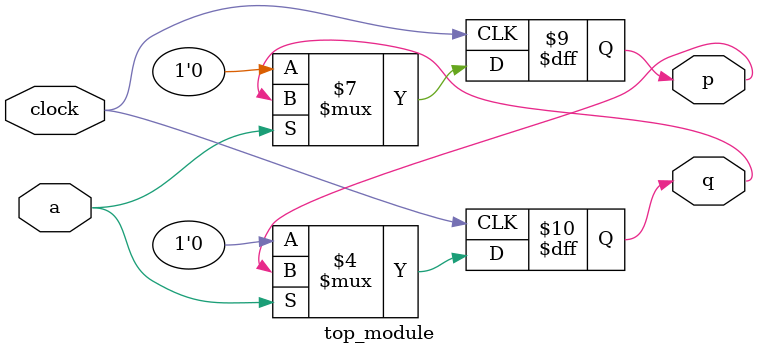
<source format=sv>
module top_module (
    input clock,
    input a, 
    output reg p,
    output reg q
);

always @(posedge clock) begin
    if (a == 0) begin
        p <= 0;
        q <= 0;
    end
    else begin
        p <= q;
        q <= p;
    end
end

endmodule

</source>
